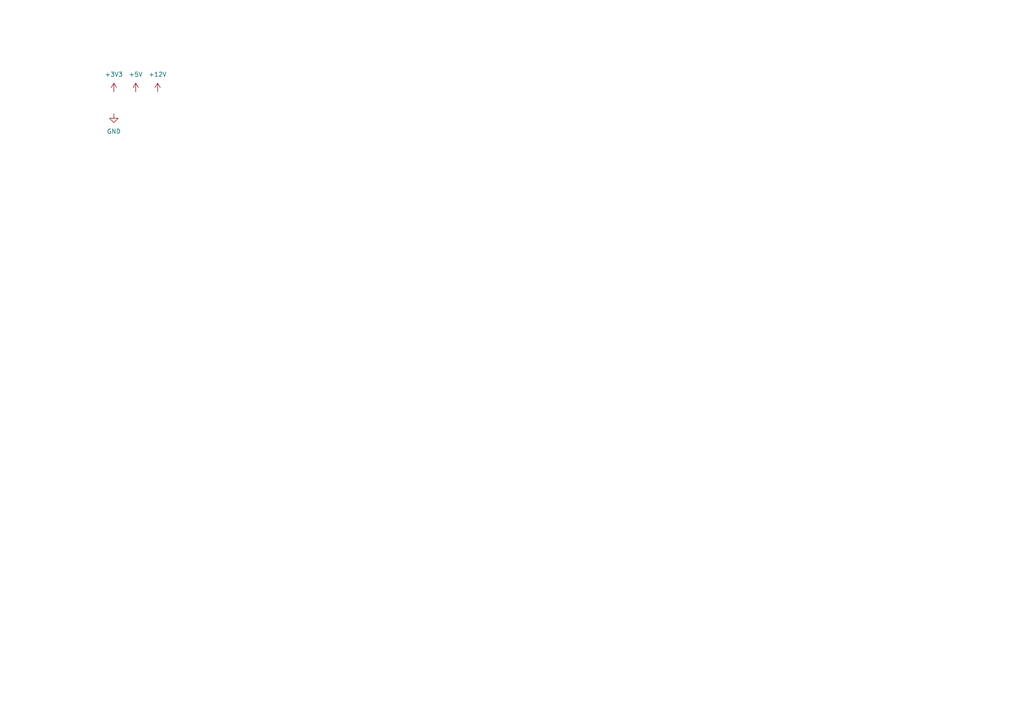
<source format=kicad_sch>
(kicad_sch (version 20211123) (generator eeschema)
  (paper "A4")
  (title_block (date "2022-03-14") (company "makerspace Bocholt"))
  (lib_symbols
    (symbol "power:+12V" (power) (pin_names (offset 0))
      (property "Value" "+12V" (at 0 3.556 0))
      (symbol "+12V_0_1"
        (polyline (pts (xy -0.762 1.27) (xy 0 2.54)))
        (polyline (pts (xy 0 0) (xy 0 2.54)))
        (polyline (pts (xy 0 2.54) (xy 0.762 1.27)))
      )
      (symbol "+12V_1_1"
        (pin power_in line (at 0 0 90) (length 0) hide (name "+12V") (number "1"))
      )
    )
    (symbol "power:+3.3V" (power) (pin_names (offset 0))
      (property "Value" "+3.3V" (at 0 3.556 0))
      (symbol "+3.3V_0_1"
        (polyline (pts (xy -0.762 1.27) (xy 0 2.54)))
        (polyline (pts (xy 0 0) (xy 0 2.54)))
        (polyline (pts (xy 0 2.54) (xy 0.762 1.27)))
      )
      (symbol "+3.3V_1_1"
        (pin power_in line (at 0 0 90) (length 0) hide (name "+3V3") (number "1"))
      )
    )
    (symbol "power:+5V" (power) (pin_names (offset 0))
      (property "Value" "+5V" (at 0 3.556 0))
      (symbol "+5V_0_1"
        (polyline (pts (xy -0.762 1.27) (xy 0 2.54)))
        (polyline (pts (xy 0 0) (xy 0 2.54)))
        (polyline (pts (xy 0 2.54) (xy 0.762 1.27)))
      )
      (symbol "+5V_1_1"
        (pin power_in line (at 0 0 90) (length 0) hide (name "+5V") (number "1"))
      )
    )
    (symbol "power:GND" (power) (pin_names (offset 0))
      (property "Value" "GND" (at 0 -3.81 0))
      (symbol "GND_0_1"
        (polyline (pts (xy 0 0) (xy 0 -1.27) (xy 1.27 -1.27) (xy 0 -2.54) (xy -1.27 -1.27) (xy 0 -1.27)))
      )
      (symbol "GND_1_1"
        (pin power_in line (at 0 0 270) (length 0) hide (name "GND") (number "1"))
      )
    )
  )
  (symbol (lib_id "power:GND") (at 33.02 33.02 0) (unit 1)
    (property "Reference" "#PWR0202" (effects hide))
    (property "Value" "GND" (at 33.02 38.1 0))
  )
  (symbol (lib_id "power:+12V") (at 45.72 26.67 0) (unit 1)
    (property "Reference" "#PWR0204" (effects hide))
    (property "Value" "+12V" (at 45.72 21.59 0))
  )
  (symbol (lib_id "power:+5V") (at 39.37 26.67 0) (unit 1)
    (property "Reference" "#PWR0203" (effects hide))
    (property "Value" "+5V" (at 39.37 21.59 0))
  )
  (symbol (lib_id "power:+3.3V") (at 33.02 26.67 0) (unit 1)
    (property "Reference" "#PWR0201" (effects hide))
    (property "Value" "+3.3V" (at 33.02 21.59 0))
  )
)
</source>
